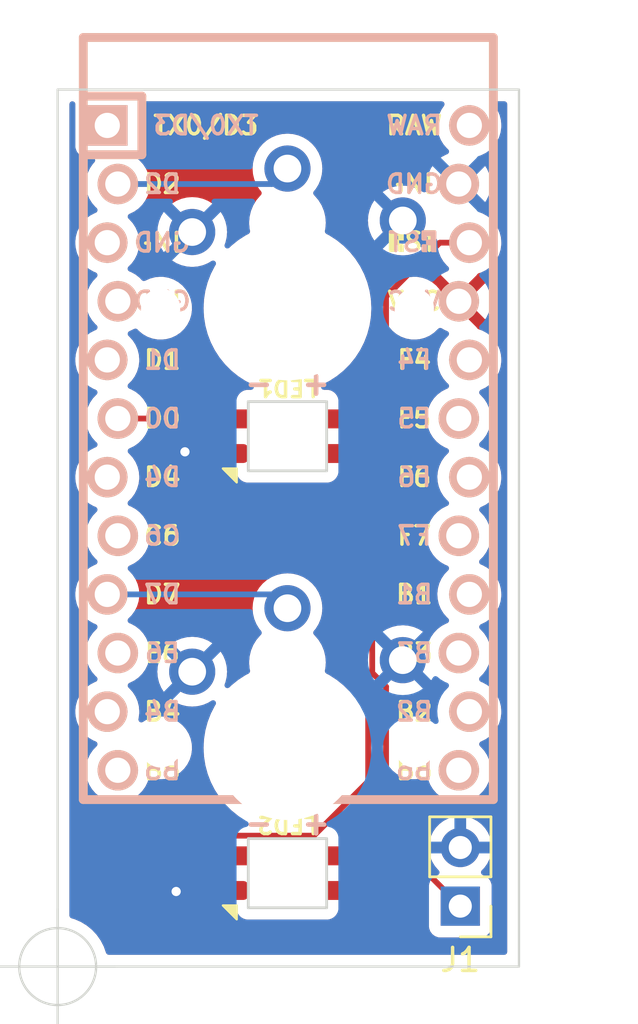
<source format=kicad_pcb>
(kicad_pcb (version 20211014) (generator pcbnew)
  (layers (0 "F.Cu" signal) (31 "B.Cu" signal) (34 "B.Paste" user) (35 "F.Paste" user) (36 "B.SilkS" user "B.Silkscreen") (37 "F.SilkS" user "F.Silkscreen") (38 "B.Mask" user) (39 "F.Mask" user) (44 "Edge.Cuts" user))
  (net 0 "")
  (net 1 "Net-(J1-Pad1)")
  (net 2 "GND")
  (net 3 "VCC")
  (net 4 "Net-(LED1-Pad2)")
  (net 6 "Net-(SW2-Pad1)")
  (net 19 "Net-(U1-Pad6)")
  (net 23 "Net-(U1-Pad2)")
  (net 26 "unconnected-(U1-Pad8)")
  (footprint "ergodonk_kicad_library:Low-Profile-Choc-MX" (layer "F.Cu") (at 84.963 109.474 180)
    (fp_text reference "SW1")
    (fp_text value "SW_PUSH" hide)
    (fp_text user "-  +" (at 0 -3.25) (layer "B.SilkS") (effects (font (size 1 0.9) (thickness 0.2))))
    (pad "" np_thru_hole circle (at -5.5 0 221.9) (size 1.7 1.7) (drill 1.7) (layers *.Cu *.Mask))
    (pad "" np_thru_hole circle (at 5.5 0 221.9) (size 1.7 1.7) (drill 1.7) (layers *.Cu *.Mask))
    (pad "" np_thru_hole circle (at 0 0) (size 6.25 6.25) (drill 6.25) (layers *.Cu *.Mask))
    (pad "" np_thru_hole circle (at 0 3.7) (size 2.3 2.3) (drill 2.3) (layers *.Cu *.Mask))
    (pad "1" thru_hole circle (at 0 6.05) (size 2 2) (drill 1.2) (layers *.Cu *.Mask) (net 23 "Net-(U1-Pad2)"))
    (pad "2" thru_hole circle (at 4.13 3.3 221.9) (size 2 2) (drill 1.2) (layers *.Cu *.Mask) (net 2 "GND"))
    (pad "2" thru_hole circle (at -5 3.8 221.9) (size 2 2) (drill 1.2) (layers *.Cu *.Mask) (net 2 "GND"))
  )
  (footprint "Keebio-Parts:SK6812-MINI-E" (layer "F.Cu") (at 84.963 133.95325 180)
    (fp_text reference "LED2" (at 0 2.1 180 unlocked) (layer "F.SilkS") (effects (font (size 0.7 0.7))))
    (fp_text value "YS-SK6812MINI-E" hide)
    (fp_poly (pts (xy 2.8 -1.4) (xy 2.2 -1.4) (xy 2.2 -2)) (layer "F.SilkS") (width 0.1) (fill solid))
    (fp_line (start 1.7 -1.5) (end 1.7 1.5) (layer "Edge.Cuts") (width 0.12))
    (fp_line (start -1.7 -1.5) (end 1.7 -1.5) (layer "Edge.Cuts") (width 0.12))
    (fp_line (start 1.7 1.5) (end -1.7 1.5) (layer "Edge.Cuts") (width 0.12))
    (fp_line (start -1.7 1.5) (end -1.7 -1.5) (layer "Edge.Cuts") (width 0.12))
    (pad "1" smd rect locked (at -2.55 0.75 180) (size 1.7 0.82) (layers "F.Cu" "F.Paste" "F.Mask") (net 3 "VCC"))
    (pad "2" smd rect locked (at -2.55 -0.75 180) (size 1.7 0.82) (layers "F.Cu" "F.Paste" "F.Mask"))
    (pad "3" smd roundrect locked (at 2.55 -0.75 180) (size 1.7 0.82) (layers "F.Cu" "F.Paste" "F.Mask") (net 2 "GND"))
    (pad "4" smd rect locked (at 2.55 0.75 180) (size 1.7 0.82) (layers "F.Cu" "F.Paste" "F.Mask") (net 4 "Net-(LED1-Pad2)"))
  )
  (footprint "Keebio-Parts:SK6812-MINI-E" (layer "F.Cu") (at 84.963 115.02125 180)
    (fp_text reference "LED1" (at 0 2.1 180 unlocked) (layer "F.SilkS") (effects (font (size 0.7 0.7))))
    (fp_text value "YS-SK6812MINI-E" hide)
    (fp_poly (pts (xy 2.8 -1.4) (xy 2.2 -1.4) (xy 2.2 -2)) (layer "F.SilkS") (width 0.1) (fill solid))
    (fp_line (start -1.7 1.5) (end -1.7 -1.5) (layer "Edge.Cuts") (width 0.12))
    (fp_line (start -1.7 -1.5) (end 1.7 -1.5) (layer "Edge.Cuts") (width 0.12))
    (fp_line (start 1.7 1.5) (end -1.7 1.5) (layer "Edge.Cuts") (width 0.12))
    (fp_line (start 1.7 -1.5) (end 1.7 1.5) (layer "Edge.Cuts") (width 0.12))
    (pad "1" smd rect locked (at -2.55 0.75 180) (size 1.7 0.82) (layers "F.Cu" "F.Paste" "F.Mask") (net 3 "VCC"))
    (pad "2" smd rect locked (at -2.55 -0.75 180) (size 1.7 0.82) (layers "F.Cu" "F.Paste" "F.Mask") (net 4 "Net-(LED1-Pad2)"))
    (pad "3" smd roundrect locked (at 2.55 -0.75 180) (size 1.7 0.82) (layers "F.Cu" "F.Paste" "F.Mask") (net 2 "GND"))
    (pad "4" smd rect locked (at 2.55 0.75 180) (size 1.7 0.82) (layers "F.Cu" "F.Paste" "F.Mask") (net 19 "Net-(U1-Pad6)"))
  )
  (footprint "Connector_PinHeader_2.54mm:PinHeader_1x02_P2.54mm_Vertical" (layer "F.Cu") (at 92.456 135.382 180)
    (fp_text reference "J1" (at 0 -2.33) (layer "F.SilkS"))
    (fp_text value "Conn_01x02_Female")
    (fp_line (start -1.33 3.87) (end 1.33 3.87) (layer "F.SilkS") (width 0.12))
    (fp_line (start -1.33 1.27) (end -1.33 3.87) (layer "F.SilkS") (width 0.12))
    (fp_line (start -1.33 -1.33) (end 0 -1.33) (layer "F.SilkS") (width 0.12))
    (fp_line (start -1.33 1.27) (end 1.33 1.27) (layer "F.SilkS") (width 0.12))
    (fp_line (start -1.33 0) (end -1.33 -1.33) (layer "F.SilkS") (width 0.12))
    (fp_line (start 1.33 1.27) (end 1.33 3.87) (layer "F.SilkS") (width 0.12))
    (pad "1" thru_hole rect (at 0 0 180) (size 1.7 1.7) (drill 1) (layers *.Cu *.Mask) (net 1 "Net-(J1-Pad1)"))
    (pad "2" thru_hole oval (at 0 2.54 180) (size 1.7 1.7) (drill 1) (layers *.Cu *.Mask) (net 2 "GND"))
  )
  (footprint "Keebio-Parts:ArduinoProMicro-ZigZag" (layer "F.Cu") (at 85 115.52475 -90)
    (fp_text reference "U1" hide)
    (fp_text value "ProMicro" hide)
    (fp_text user "GND" (at -11.43 -5.461) (layer "B.SilkS") (effects (font (size 0.8 0.8)) (justify mirror)))
    (fp_text user "D4" (at 1.27 5.461) (layer "B.SilkS") (effects (font (size 0.8 0.8)) (justify mirror)))
    (fp_text user "B4" (at 11.43 5.461) (layer "B.SilkS") (effects (font (size 0.8 0.8)) (justify mirror)))
    (fp_text user "ST" (at -8.91 -5.04) (layer "B.SilkS") (effects (font (size 0.8 0.8)) (justify mirror)))
    (fp_text user "F6" (at 1.27 -5.461) (layer "B.SilkS") (effects (font (size 0.8 0.8)) (justify mirror)))
    (fp_text user "B3" (at 8.89 -5.461) (layer "B.SilkS") (effects (font (size 0.8 0.8)) (justify mirror)))
    (fp_text user "E6" (at 8.89 5.461) (layer "B.SilkS") (effects (font (size 0.8 0.8)) (justify mirror)))
    (fp_text user "GND" (at -6.35 5.461) (layer "B.SilkS") (effects (font (size 0.8 0.8)) (justify mirror)))
    (fp_text user "VCC" (at -6.35 -5.461) (layer "B.SilkS") (effects (font (size 0.8 0.8)) (justify mirror)))
    (fp_text user "D2" (at -11.43 5.461) (layer "B.SilkS") (effects (font (size 0.8 0.8)) (justify mirror)))
    (fp_text user "C6" (at 3.81 5.461) (layer "B.SilkS") (effects (font (size 0.8 0.8)) (justify mirror)))
    (fp_text user "D1" (at -3.81 5.461) (layer "B.SilkS") (effects (font (size 0.8 0.8)) (justify mirror)))
    (fp_text user "B2" (at 11.43 -5.461) (layer "B.SilkS") (effects (font (size 0.8 0.8)) (justify mirror)))
    (fp_text user "D0" (at -1.27 5.461) (layer "B.SilkS") (effects (font (size 0.8 0.8)) (justify mirror)))
    (fp_text user "B1" (at 6.35 -5.461) (layer "B.SilkS") (effects (font (size 0.8 0.8)) (justify mirror)))
    (fp_text user "B6" (at 13.97 -5.461) (layer "B.SilkS") (effects (font (size 0.8 0.8)) (justify mirror)))
    (fp_text user "RAW" (at -13.97 -5.461) (layer "B.SilkS") (effects (font (size 0.8 0.8)) (justify mirror)))
    (fp_text user "F7" (at 3.81 -5.461) (layer "B.SilkS") (effects (font (size 0.8 0.8)) (justify mirror)))
    (fp_text user "F5" (at -1.27 -5.461) (layer "B.SilkS") (effects (font (size 0.8 0.8)) (justify mirror)))
    (fp_text user "B5" (at 13.97 5.461) (layer "B.SilkS") (effects (font (size 0.8 0.8)) (justify mirror)))
    (fp_text user "F4" (at -3.81 -5.461) (layer "B.SilkS") (effects (font (size 0.8 0.8)) (justify mirror)))
    (fp_text user "TX0/D3" (at -13.97 3.571872) (layer "B.SilkS") (effects (font (size 0.8 0.8)) (justify mirror)))
    (fp_text user "D7" (at 6.35 5.461) (layer "B.SilkS") (effects (font (size 0.8 0.8)) (justify mirror)))
    (fp_text user "GND" (at -8.89 5.461) (layer "B.SilkS") (effects (font (size 0.8 0.8)) (justify mirror)))
    (fp_text user "GND" (at -8.89 5.461) (layer "F.SilkS") (effects (font (size 0.8 0.8))))
    (fp_text user "B1" (at 6.35 -5.461) (layer "F.SilkS") (effects (font (size 0.8 0.8))))
    (fp_text user "F5" (at -1.27 -5.461) (layer "F.SilkS") (effects (font (size 0.8 0.8))))
    (fp_text user "D2" (at -11.43 5.461) (layer "F.SilkS") (effects (font (size 0.8 0.8))))
    (fp_text user "VCC" (at -6.35 -5.461) (layer "F.SilkS") (effects (font (size 0.8 0.8))))
    (fp_text user "D0" (at -1.27 5.461) (layer "F.SilkS") (effects (font (size 0.8 0.8))))
    (fp_text user "E6" (at 8.89 5.461) (layer "F.SilkS") (effects (font (size 0.8 0.8))))
    (fp_text user "D4" (at 1.27 5.461) (layer "F.SilkS") (effects (font (size 0.8 0.8))))
    (fp_text user "RAW" (at -13.97 -5.461) (layer "F.SilkS") (effects (font (size 0.8 0.8))))
    (fp_text user "B5" (at 13.97 5.461) (layer "F.SilkS") (effects (font (size 0.8 0.8))))
    (fp_text user "F4" (at -3.81 -5.461) (layer "F.SilkS") (effects (font (size 0.8 0.8))))
    (fp_text user "B2" (at 11.43 -5.461) (layer "F.SilkS") (effects (font (size 0.8 0.8))))
    (fp_text user "B3" (at 8.89 -5.461) (layer "F.SilkS") (effects (font (size 0.8 0.8))))
    (fp_text user "TX0/D3" (at -13.97 3.571872) (layer "F.SilkS") (effects (font (size 0.8 0.8))))
    (fp_text user "F7" (at 3.81 -5.461) (layer "F.SilkS") (effects (font (size 0.8 0.8))))
    (fp_text user "GND" (at -11.43 -5.461) (layer "F.SilkS") (effects (font (size 0.8 0.8))))
    (fp_text user "D1" (at -3.81 5.461) (layer "F.SilkS") (effects (font (size 0.8 0.8))))
    (fp_text user "B4" (at 11.43 5.461) (layer "F.SilkS") (effects (font (size 0.8 0.8))))
    (fp_text user "C6" (at 3.81 5.461) (layer "F.SilkS") (effects (font (size 0.8 0.8))))
    (fp_text user "GND" (at -6.35 5.461) (layer "F.SilkS") (effects (font (size 0.8 0.8))))
    (fp_text user "F6" (at 1.27 -5.461) (layer "F.SilkS") (effects (font (size 0.8 0.8))))
    (fp_text user "ST" (at -8.92 -5.73312) (layer "F.SilkS") (effects (font (size 0.8 0.8))))
    (fp_text user "B6" (at 13.97 -5.461) (layer "F.SilkS") (effects (font (size 0.8 0.8))))
    (fp_text user "D7" (at 6.35 5.461) (layer "F.SilkS") (effects (font (size 0.8 0.8))))
    (fp_line (start 15.24 8.89) (end 15.24 -8.89) (layer "B.SilkS") (width 0.381))
    (fp_line (start -15.24 6.35) (end -12.7 6.35) (layer "B.SilkS") (width 0.381))
    (fp_line (start -17.78 8.89) (end 15.24 8.89) (layer "B.SilkS") (width 0.381))
    (fp_line (start 15.24 -8.89) (end -17.78 -8.89) (layer "B.SilkS") (width 0.381))
    (fp_line (start -15.24 6.35) (end -15.24 8.89) (layer "B.SilkS") (width 0.381))
    (fp_line (start -17.78 -8.89) (end -17.78 8.89) (layer "B.SilkS") (width 0.381))
    (fp_line (start -12.7 6.35) (end -12.7 8.89) (layer "B.SilkS") (width 0.381))
    (fp_poly (pts (xy -8.95097 -6.044635) (xy -8.85097 -6.044635) (xy -8.85097 -6.144635) (xy -8.95097 -6.144635)) (layer "B.SilkS") (width 0.15) (fill solid))
    (fp_poly (pts (xy -9.35097 -6.244635) (xy -8.55097 -6.244635) (xy -8.55097 -6.344635) (xy -9.35097 -6.344635)) (layer "B.SilkS") (width 0.15) (fill solid))
    (fp_poly (pts (xy -9.35097 -5.844635) (xy -9.05097 -5.844635) (xy -9.05097 -5.944635) (xy -9.35097 -5.944635)) (layer "B.SilkS") (width 0.15) (fill solid))
    (fp_poly (pts (xy -8.75097 -5.844635) (xy -8.55097 -5.844635) (xy -8.55097 -5.944635) (xy -8.75097 -5.944635)) (layer "B.SilkS") (width 0.15) (fill solid))
    (fp_poly (pts (xy -9.35097 -5.844635) (xy -9.25097 -5.844635) (xy -9.25097 -6.344635) (xy -9.35097 -6.344635)) (layer "B.SilkS") (width 0.15) (fill solid))
    (fp_line (start -17.78 -8.89) (end -17.78 8.89) (layer "F.SilkS") (width 0.381))
    (fp_line (start -15.24 8.89) (end 15.24 8.89) (layer "F.SilkS") (width 0.381))
    (fp_line (start -15.24 6.35) (end -12.7 6.35) (layer "F.SilkS") (width 0.381))
    (fp_line (start -12.7 6.35) (end -12.7 8.89) (layer "F.SilkS") (width 0.381))
    (fp_line (start -17.78 8.89) (end -15.24 8.89) (layer "F.SilkS") (width 0.381))
    (fp_line (start -15.24 -8.89) (end -17.78 -8.89) (layer "F.SilkS") (width 0.381))
    (fp_line (start -15.24 6.35) (end -15.24 8.89) (layer "F.SilkS") (width 0.381))
    (fp_line (start 15.24 8.89) (end 15.24 -8.89) (layer "F.SilkS") (width 0.381))
    (fp_line (start 15.24 -8.89) (end -15.24 -8.89) (layer "F.SilkS") (width 0.381))
    (fp_poly (pts (xy -8.96064 -4.731568) (xy -8.86064 -4.731568) (xy -8.86064 -4.631568) (xy -8.96064 -4.631568)) (layer "F.SilkS") (width 0.15) (fill solid))
    (fp_poly (pts (xy -9.36064 -4.931568) (xy -9.06064 -4.931568) (xy -9.06064 -4.831568) (xy -9.36064 -4.831568)) (layer "F.SilkS") (width 0.15) (fill solid))
    (fp_poly (pts (xy -9.36064 -4.931568) (xy -9.26064 -4.931568) (xy -9.26064 -4.431568) (xy -9.36064 -4.431568)) (layer "F.SilkS") (width 0.15) (fill solid))
    (fp_poly (pts (xy -8.76064 -4.931568) (xy -8.56064 -4.931568) (xy -8.56064 -4.831568) (xy -8.76064 -4.831568)) (layer "F.SilkS") (width 0.15) (fill solid))
    (fp_poly (pts (xy -9.36064 -4.531568) (xy -8.56064 -4.531568) (xy -8.56064 -4.431568) (xy -9.36064 -4.431568)) (layer "F.SilkS") (width 0.15) (fill solid))
    (pad "1" thru_hole rect locked (at -13.97 7.8486 270) (size 1.7526 1.7526) (drill 1.0922) (layers *.Cu *.SilkS *.Mask))
    (pad "2" thru_hole circle locked (at -11.43 7.3914 270) (size 1.7526 1.7526) (drill 1.0922) (layers *.Cu *.SilkS *.Mask) (net 23 "Net-(U1-Pad2)"))
    (pad "3" thru_hole circle locked (at -8.89 7.8486 270) (size 1.7526 1.7526) (drill 1.0922) (layers *.Cu *.SilkS *.Mask))
    (pad "4" thru_hole circle locked (at -6.35 7.3914 270) (size 1.7526 1.7526) (drill 1.0922) (layers *.Cu *.SilkS *.Mask))
    (pad "5" thru_hole circle locked (at -3.81 7.8486 270) (size 1.7526 1.7526) (drill 1.0922) (layers *.Cu *.SilkS *.Mask))
    (pad "6" thru_hole circle locked (at -1.27 7.3914 270) (size 1.7526 1.7526) (drill 1.0922) (layers *.Cu *.SilkS *.Mask) (net 19 "Net-(U1-Pad6)"))
    (pad "7" thru_hole circle locked (at 1.27 7.8486 270) (size 1.7526 1.7526) (drill 1.0922) (layers *.Cu *.SilkS *.Mask))
    (pad "8" thru_hole circle locked (at 3.81 7.3914 270) (size 1.7526 1.7526) (drill 1.0922) (layers *.Cu *.SilkS *.Mask) (net 26 "unconnected-(U1-Pad8)"))
    (pad "9" thru_hole circle locked (at 6.35 7.8486 270) (size 1.7526 1.7526) (drill 1.0922) (layers *.Cu *.SilkS *.Mask) (net 6 "Net-(SW2-Pad1)"))
    (pad "10" thru_hole circle locked (at 8.89 7.3914 270) (size 1.7526 1.7526) (drill 1.0922) (layers *.Cu *.SilkS *.Mask))
    (pad "11" thru_hole circle locked (at 11.43 7.8486 270) (size 1.7526 1.7526) (drill 1.0922) (layers *.Cu *.SilkS *.Mask))
    (pad "12" thru_hole circle locked (at 13.97 7.3914 270) (size 1.7526 1.7526) (drill 1.0922) (layers *.Cu *.SilkS *.Mask))
    (pad "13" thru_hole circle locked (at 13.97 -7.3914 270) (size 1.7526 1.7526) (drill 1.0922) (layers *.Cu *.SilkS *.Mask))
    (pad "14" thru_hole circle locked (at 11.43 -7.8486 270) (size 1.7526 1.7526) (drill 1.0922) (layers *.Cu *.SilkS *.Mask))
    (pad "15" thru_hole circle locked (at 8.89 -7.3914 270) (size 1.7526 1.7526) (drill 1.0922) (layers *.Cu *.SilkS *.Mask))
    (pad "16" thru_hole circle locked (at 6.35 -7.8486 270) (size 1.7526 1.7526) (drill 1.0922) (layers *.Cu *.SilkS *.Mask))
    (pad "17" thru_hole circle locked (at 3.81 -7.3914 270) (size 1.7526 1.7526) (drill 1.0922) (layers *.Cu *.SilkS *.Mask))
    (pad "18" thru_hole circle locked (at 1.27 -7.8486 270) (size 1.7526 1.7526) (drill 1.0922) (layers *.Cu *.SilkS *.Mask))
    (pad "19" thru_hole circle locked (at -1.27 -7.3914 270) (size 1.7526 1.7526) (drill 1.0922) (layers *.Cu *.SilkS *.Mask))
    (pad "20" thru_hole circle locked (at -3.81 -7.8486 270) (size 1.7526 1.7526) (drill 1.0922) (layers *.Cu *.SilkS *.Mask))
    (pad "21" thru_hole circle locked (at -6.35 -7.3914 270) (size 1.7526 1.7526) (drill 1.0922) (layers *.Cu *.SilkS *.Mask) (net 3 "VCC"))
    (pad "22" thru_hole circle locked (at -8.89 -7.8486 270) (size 1.7526 1.7526) (drill 1.0922) (layers *.Cu *.SilkS *.Mask) (net 1 "Net-(J1-Pad1)"))
    (pad "23" thru_hole circle locked (at -11.43 -7.3914 270) (size 1.7526 1.7526) (drill 1.0922) (layers *.Cu *.SilkS *.Mask) (net 2 "GND"))
    (pad "24" thru_hole circle locked (at -13.97 -7.8486 270) (size 1.7526 1.7526) (drill 1.0922) (layers *.Cu *.SilkS *.Mask))
  )
  (footprint "ergodonk_kicad_library:Low-Profile-Choc-MX" (layer "F.Cu") (at 84.963 128.524 180)
    (fp_text reference "SW2")
    (fp_text value "SW_PUSH" hide)
    (fp_text user "-  +" (at 0 -3.25) (layer "B.SilkS") (effects (font (size 1 0.9) (thickness 0.2))))
    (pad "" np_thru_hole circle (at -5.5 0 221.9) (size 1.7 1.7) (drill 1.7) (layers *.Cu *.Mask))
    (pad "" np_thru_hole circle (at 0 0) (size 6.25 6.25) (drill 6.25) (layers *.Cu *.Mask))
    (pad "" np_thru_hole circle (at 0 3.7) (size 2.3 2.3) (drill 2.3) (layers *.Cu *.Mask))
    (pad "" np_thru_hole circle (at 5.5 0 221.9) (size 1.7 1.7) (drill 1.7) (layers *.Cu *.Mask))
    (pad "1" thru_hole circle (at 0 6.05) (size 2 2) (drill 1.2) (layers *.Cu *.Mask) (net 6 "Net-(SW2-Pad1)"))
    (pad "2" thru_hole circle (at -5 3.8 221.9) (size 2 2) (drill 1.2) (layers *.Cu *.Mask) (net 2 "GND"))
    (pad "2" thru_hole circle (at 4.13 3.3 221.9) (size 2 2) (drill 1.2) (layers *.Cu *.Mask) (net 2 "GND"))
  )
  (gr_rect locked (start 75 100) (end 95 138) (layer "Edge.Cuts") (width 0.1) (fill none))
  (target plus (at 75 138) (size 5) (width 0.1) (layer "Edge.Cuts"))
  (segment (start 89.238479 125.872622) (end 88.638489 125.272632) (width 0.25) (layer "F.Cu") (net 1))
  (segment (start 88.638489 116.505761) (end 89.238479 115.905771) (width 0.25) (layer "F.Cu") (net 1))
  (segment (start 89.238479 108.966786) (end 91.570515 106.63475) (width 0.25) (layer "F.Cu") (net 1))
  (segment (start 89.238479 115.905771) (end 89.238479 108.966786) (width 0.25) (layer "F.Cu") (net 1))
  (segment (start 89.238479 132.164479) (end 89.238479 125.872622) (width 0.25) (layer "F.Cu") (net 1))
  (segment (start 92.456 135.382) (end 89.238479 132.164479) (width 0.25) (layer "F.Cu") (net 1))
  (segment (start 88.638489 125.272632) (end 88.638489 116.505761) (width 0.25) (layer "F.Cu") (net 1))
  (segment (start 91.570515 106.63475) (end 92.8486 106.63475) (width 0.25) (layer "F.Cu") (net 1))
  (segment (start 82.413 134.70325) (end 80.18075 134.70325) (width 0.25) (layer "F.Cu") (net 2))
  (segment (start 80.59225 115.77125) (end 80.518 115.697) (width 0.25) (layer "F.Cu") (net 2))
  (segment (start 82.413 134.70325) (end 82.003978 134.70325) (width 0.25) (layer "F.Cu") (net 2))
  (segment (start 80.18075 134.70325) (end 80.137 134.747) (width 0.25) (layer "F.Cu") (net 2))
  (segment (start 82.413 115.77125) (end 80.59225 115.77125) (width 0.25) (layer "F.Cu") (net 2))
  (via (at 80.137 134.747) (size 0.8) (drill 0.4) (layers "F.Cu" "B.Cu") (net 2))
  (via (at 80.518 115.697) (size 0.8) (drill 0.4) (layers "F.Cu" "B.Cu") (net 2))
  (segment (start 82.413 132.54325) (end 82.413 133.20325) (width 0.25) (layer "F.Cu") (net 4))
  (segment (start 88.462521 125.732368) (end 88.462521 129.97355) (width 0.25) (layer "F.Cu") (net 4))
  (segment (start 86.107841 132.32823) (end 82.62802 132.32823) (width 0.25) (layer "F.Cu") (net 4))
  (segment (start 88.462521 129.97355) (end 86.107841 132.32823) (width 0.25) (layer "F.Cu") (net 4))
  (segment (start 87.513 115.77125) (end 87.513 124.782847) (width 0.25) (layer "F.Cu") (net 4))
  (segment (start 82.62802 132.32823) (end 82.413 132.54325) (width 0.25) (layer "F.Cu") (net 4))
  (segment (start 87.513 124.782847) (end 88.462521 125.732368) (width 0.25) (layer "F.Cu") (net 4))
  (segment (start 84.36375 121.87475) (end 84.963 122.474) (width 0.25) (layer "B.Cu") (net 6))
  (segment (start 77.1514 121.87475) (end 84.36375 121.87475) (width 0.25) (layer "B.Cu") (net 6))
  (segment (start 82.314146 114.27125) (end 82.413 114.27125) (width 0.25) (layer "F.Cu") (net 19))
  (segment (start 82.3965 114.25475) (end 82.413 114.27125) (width 0.25) (layer "F.Cu") (net 19))
  (segment (start 77.6086 114.25475) (end 82.3965 114.25475) (width 0.25) (layer "F.Cu") (net 19))
  (segment (start 84.29225 104.09475) (end 84.963 103.424) (width 0.25) (layer "B.Cu") (net 23))
  (segment (start 77.6086 104.09475) (end 84.29225 104.09475) (width 0.25) (layer "B.Cu") (net 23))
  (segment (start 77.724 119.38) (end 77.724 118.861396) (width 0.25) (layer "F.Cu") (net 26))
  (segment (start 77.67875 119.33475) (end 77.724 119.38) (width 0.25) (layer "F.Cu") (net 26))
  (segment (start 77.6086 119.33475) (end 77.67875 119.33475) (width 0.25) (layer "F.Cu") (net 26))
  (zone (net 3) (net_name "VCC") (layer "F.Cu") (connect_pads (clearance 0.508)) (min_thickness 0.254) (fill yes (thermal_gap 0.508) (thermal_bridge_width 0.508))
    (polygon (pts (xy 94.996 138.049) (xy 75.057 138.049) (xy 75.057 99.949) (xy 94.996 99.949)))
  )
  (zone (net 2) (net_name "GND") (layer "B.Cu") (connect_pads (clearance 0.508)) (min_thickness 0.254) (fill yes (thermal_gap 0.508) (thermal_bridge_width 0.508))
    (polygon (pts (xy 94.996 137.922) (xy 75.057 138.049) (xy 75.057 99.949) (xy 94.996 99.949)))
  )
)
</source>
